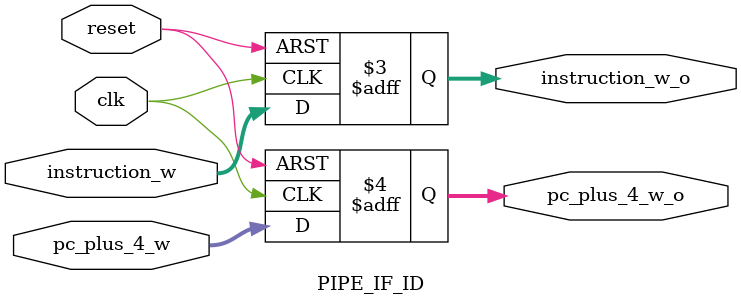
<source format=v>
module PIPE_IF_ID
(
	input clk,
	input reset,
	input [31:0] instruction_w,
	input [31:0] pc_plus_4_w,
	
	output reg [31:0] instruction_w_o,
	output reg [31:0] pc_plus_4_w_o
);

always @(negedge reset or posedge clk)
	begin
		if (reset == 0)
			begin
				instruction_w_o <= 0;
				pc_plus_4_w_o <= 0;
			end
		else
			begin
				instruction_w_o <= instruction_w;
				pc_plus_4_w_o <= pc_plus_4_w;
			end
	end

endmodule
</source>
